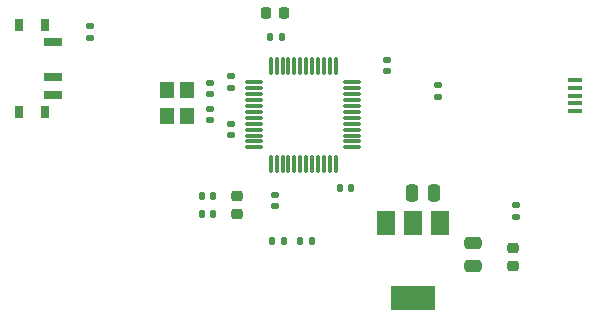
<source format=gbr>
%TF.GenerationSoftware,KiCad,Pcbnew,7.0.10*%
%TF.CreationDate,2024-01-08T00:56:05+00:00*%
%TF.ProjectId,green_storm,67726565-6e5f-4737-946f-726d2e6b6963,0.1*%
%TF.SameCoordinates,Original*%
%TF.FileFunction,Paste,Top*%
%TF.FilePolarity,Positive*%
%FSLAX46Y46*%
G04 Gerber Fmt 4.6, Leading zero omitted, Abs format (unit mm)*
G04 Created by KiCad (PCBNEW 7.0.10) date 2024-01-08 00:56:05*
%MOMM*%
%LPD*%
G01*
G04 APERTURE LIST*
G04 Aperture macros list*
%AMRoundRect*
0 Rectangle with rounded corners*
0 $1 Rounding radius*
0 $2 $3 $4 $5 $6 $7 $8 $9 X,Y pos of 4 corners*
0 Add a 4 corners polygon primitive as box body*
4,1,4,$2,$3,$4,$5,$6,$7,$8,$9,$2,$3,0*
0 Add four circle primitives for the rounded corners*
1,1,$1+$1,$2,$3*
1,1,$1+$1,$4,$5*
1,1,$1+$1,$6,$7*
1,1,$1+$1,$8,$9*
0 Add four rect primitives between the rounded corners*
20,1,$1+$1,$2,$3,$4,$5,0*
20,1,$1+$1,$4,$5,$6,$7,0*
20,1,$1+$1,$6,$7,$8,$9,0*
20,1,$1+$1,$8,$9,$2,$3,0*%
G04 Aperture macros list end*
%ADD10RoundRect,0.140000X-0.170000X0.140000X-0.170000X-0.140000X0.170000X-0.140000X0.170000X0.140000X0*%
%ADD11RoundRect,0.140000X0.170000X-0.140000X0.170000X0.140000X-0.170000X0.140000X-0.170000X-0.140000X0*%
%ADD12RoundRect,0.218750X-0.256250X0.218750X-0.256250X-0.218750X0.256250X-0.218750X0.256250X0.218750X0*%
%ADD13RoundRect,0.250000X0.475000X-0.250000X0.475000X0.250000X-0.475000X0.250000X-0.475000X-0.250000X0*%
%ADD14RoundRect,0.135000X-0.185000X0.135000X-0.185000X-0.135000X0.185000X-0.135000X0.185000X0.135000X0*%
%ADD15RoundRect,0.140000X0.140000X0.170000X-0.140000X0.170000X-0.140000X-0.170000X0.140000X-0.170000X0*%
%ADD16RoundRect,0.135000X0.185000X-0.135000X0.185000X0.135000X-0.185000X0.135000X-0.185000X-0.135000X0*%
%ADD17RoundRect,0.225000X-0.225000X-0.250000X0.225000X-0.250000X0.225000X0.250000X-0.225000X0.250000X0*%
%ADD18RoundRect,0.135000X-0.135000X-0.185000X0.135000X-0.185000X0.135000X0.185000X-0.135000X0.185000X0*%
%ADD19RoundRect,0.250000X-0.250000X-0.475000X0.250000X-0.475000X0.250000X0.475000X-0.250000X0.475000X0*%
%ADD20R,1.300000X0.450000*%
%ADD21RoundRect,0.135000X0.135000X0.185000X-0.135000X0.185000X-0.135000X-0.185000X0.135000X-0.185000X0*%
%ADD22RoundRect,0.075000X-0.662500X-0.075000X0.662500X-0.075000X0.662500X0.075000X-0.662500X0.075000X0*%
%ADD23RoundRect,0.075000X-0.075000X-0.662500X0.075000X-0.662500X0.075000X0.662500X-0.075000X0.662500X0*%
%ADD24RoundRect,0.140000X-0.140000X-0.170000X0.140000X-0.170000X0.140000X0.170000X-0.140000X0.170000X0*%
%ADD25R,1.500000X2.000000*%
%ADD26R,3.800000X2.000000*%
%ADD27R,0.800000X1.000000*%
%ADD28R,1.500000X0.700000*%
%ADD29R,1.200000X1.400000*%
G04 APERTURE END LIST*
D10*
%TO.C,C11*%
X64643000Y-98199000D03*
X64643000Y-99159000D03*
%TD*%
D11*
%TO.C,C12*%
X59182000Y-89662000D03*
X59182000Y-88702000D03*
%TD*%
D12*
%TO.C,D1*%
X84836000Y-102692000D03*
X84836000Y-104267000D03*
%TD*%
D13*
%TO.C,C2*%
X81407000Y-104201000D03*
X81407000Y-102301000D03*
%TD*%
D14*
%TO.C,R3*%
X78486000Y-88898000D03*
X78486000Y-89918000D03*
%TD*%
D15*
%TO.C,C5*%
X71092000Y-97663000D03*
X70132000Y-97663000D03*
%TD*%
D16*
%TO.C,R2*%
X49022000Y-84965000D03*
X49022000Y-83945000D03*
%TD*%
D17*
%TO.C,C3*%
X63868000Y-82804000D03*
X65418000Y-82804000D03*
%TD*%
D18*
%TO.C,R5*%
X66800000Y-102108000D03*
X67820000Y-102108000D03*
%TD*%
D15*
%TO.C,C10*%
X59436000Y-99822000D03*
X58476000Y-99822000D03*
%TD*%
%TO.C,C9*%
X59436000Y-98298000D03*
X58476000Y-98298000D03*
%TD*%
D19*
%TO.C,C1*%
X76266000Y-98044000D03*
X78166000Y-98044000D03*
%TD*%
D10*
%TO.C,C6*%
X74168000Y-86797000D03*
X74168000Y-87757000D03*
%TD*%
D20*
%TO.C,J1*%
X90043000Y-91119000D03*
X90043000Y-90469000D03*
X90043000Y-89819000D03*
X90043000Y-89169000D03*
X90043000Y-88519000D03*
%TD*%
D21*
%TO.C,R4*%
X65407000Y-102108000D03*
X64387000Y-102108000D03*
%TD*%
D22*
%TO.C,U2*%
X62893500Y-88690000D03*
X62893500Y-89190000D03*
X62893500Y-89690000D03*
X62893500Y-90190000D03*
X62893500Y-90690000D03*
X62893500Y-91190000D03*
X62893500Y-91690000D03*
X62893500Y-92190000D03*
X62893500Y-92690000D03*
X62893500Y-93190000D03*
X62893500Y-93690000D03*
X62893500Y-94190000D03*
D23*
X64306000Y-95602500D03*
X64806000Y-95602500D03*
X65306000Y-95602500D03*
X65806000Y-95602500D03*
X66306000Y-95602500D03*
X66806000Y-95602500D03*
X67306000Y-95602500D03*
X67806000Y-95602500D03*
X68306000Y-95602500D03*
X68806000Y-95602500D03*
X69306000Y-95602500D03*
X69806000Y-95602500D03*
D22*
X71218500Y-94190000D03*
X71218500Y-93690000D03*
X71218500Y-93190000D03*
X71218500Y-92690000D03*
X71218500Y-92190000D03*
X71218500Y-91690000D03*
X71218500Y-91190000D03*
X71218500Y-90690000D03*
X71218500Y-90190000D03*
X71218500Y-89690000D03*
X71218500Y-89190000D03*
X71218500Y-88690000D03*
D23*
X69806000Y-87277500D03*
X69306000Y-87277500D03*
X68806000Y-87277500D03*
X68306000Y-87277500D03*
X67806000Y-87277500D03*
X67306000Y-87277500D03*
X66806000Y-87277500D03*
X66306000Y-87277500D03*
X65806000Y-87277500D03*
X65306000Y-87277500D03*
X64806000Y-87277500D03*
X64306000Y-87277500D03*
%TD*%
D11*
%TO.C,C13*%
X59182000Y-91892000D03*
X59182000Y-90932000D03*
%TD*%
D24*
%TO.C,C7*%
X64262000Y-84836000D03*
X65222000Y-84836000D03*
%TD*%
D25*
%TO.C,U1*%
X78627000Y-100609000D03*
X76327000Y-100609000D03*
D26*
X76327000Y-106909000D03*
D25*
X74027000Y-100609000D03*
%TD*%
D12*
%TO.C,FB1*%
X61468000Y-98272500D03*
X61468000Y-99847500D03*
%TD*%
D11*
%TO.C,C8*%
X60960000Y-93162000D03*
X60960000Y-92202000D03*
%TD*%
D27*
%TO.C,SW1*%
X45197000Y-83853000D03*
X42987000Y-83853000D03*
X45197000Y-91153000D03*
X42987000Y-91153000D03*
D28*
X45847000Y-85253000D03*
X45847000Y-88253000D03*
X45847000Y-89753000D03*
%TD*%
D29*
%TO.C,Y1*%
X55538000Y-89324000D03*
X55538000Y-91524000D03*
X57238000Y-91524000D03*
X57238000Y-89324000D03*
%TD*%
D16*
%TO.C,R1*%
X85090000Y-100078000D03*
X85090000Y-99058000D03*
%TD*%
D11*
%TO.C,C4*%
X60960000Y-89126000D03*
X60960000Y-88166000D03*
%TD*%
M02*

</source>
